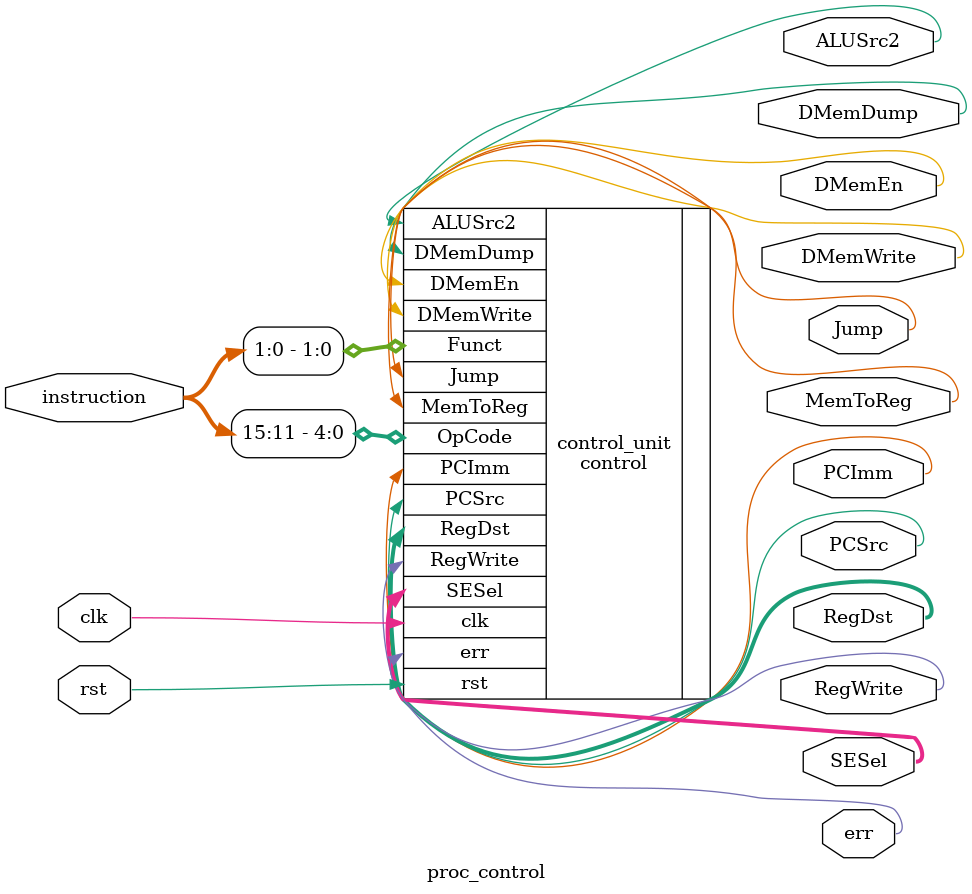
<source format=v>
module proc_control(input [15:0] instruction,input clk, input rst,
                    output err, output [1:0] RegDst, output [2:0] SESel, output RegWrite, output DMemWrite, output DMemEn,
                    output ALUSrc2, output PCSrc, output PCImm, output MemToReg, output DMemDump, output Jump
                    );

//Extra control signal logic


control control_unit(.OpCode(instruction[15:11]),.Funct(instruction[1:0]),.err(err),.RegDst(RegDst),.SESel(SESel),.RegWrite(RegWrite),.DMemWrite(DMemWrite),.DMemEn(DMemEn),.ALUSrc2(ALUSrc2),
                     .PCSrc(PCSrc),.PCImm(PCImm),.MemToReg(MemToReg),.DMemDump(DMemDump),.Jump(Jump),.rst(rst),.clk(clk));      

endmodule
//////////////////////////////////////////////////////////////////////////////////////////////////////////////////////////////////////////////////////////////////



</source>
